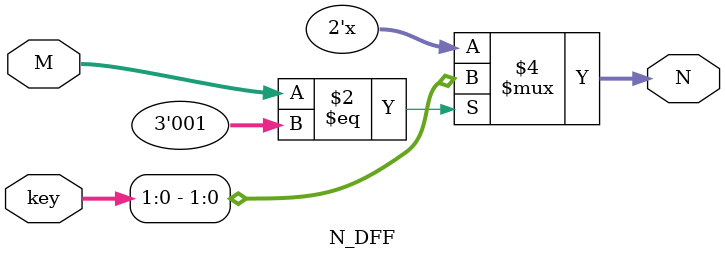
<source format=v>
module N_DFF(
  input [4-1:0]key,
  input [3-1:0]M,
  output [2-1:0]N
);

  always @ (M or key) begin
    if( M == 001 )
      N <= key;
    else
      N <= N;
  end

endmodule

</source>
